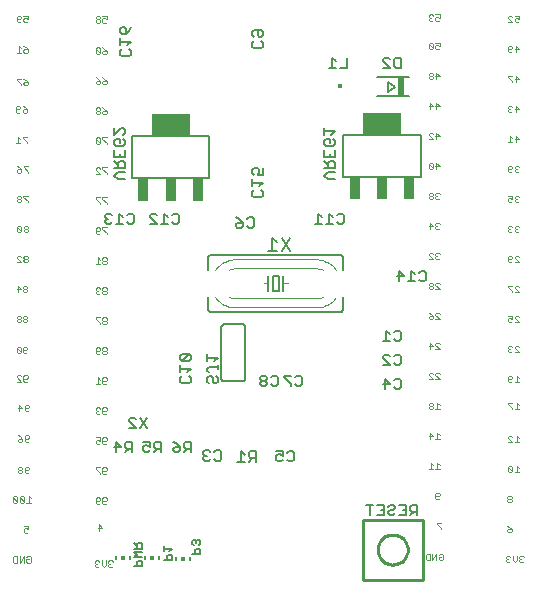
<source format=gbo>
G75*
G70*
%OFA0B0*%
%FSLAX24Y24*%
%IPPOS*%
%LPD*%
%AMOC8*
5,1,8,0,0,1.08239X$1,22.5*
%
%ADD10C,0.0030*%
%ADD11C,0.0050*%
%ADD12C,0.0060*%
%ADD13R,0.0157X0.0118*%
%ADD14R,0.0059X0.0118*%
%ADD15R,0.0118X0.0118*%
%ADD16C,0.0086*%
%ADD17C,0.0080*%
%ADD18R,0.1260X0.0730*%
%ADD19R,0.0340X0.0730*%
%ADD20C,0.0020*%
%ADD21R,0.0197X0.0630*%
D10*
X003170Y005867D02*
X003240Y005867D01*
X003275Y005902D01*
X003356Y005937D02*
X003356Y006077D01*
X003275Y006042D02*
X003240Y006077D01*
X003170Y006077D01*
X003135Y006042D01*
X003135Y006007D01*
X003170Y005972D01*
X003135Y005937D01*
X003135Y005902D01*
X003170Y005867D01*
X003170Y005972D02*
X003205Y005972D01*
X003356Y005937D02*
X003426Y005867D01*
X003496Y005937D01*
X003496Y006077D01*
X003577Y006042D02*
X003577Y006007D01*
X003612Y005972D01*
X003577Y005937D01*
X003577Y005902D01*
X003612Y005867D01*
X003682Y005867D01*
X003717Y005902D01*
X003647Y005972D02*
X003612Y005972D01*
X003577Y006042D02*
X003612Y006077D01*
X003682Y006077D01*
X003717Y006042D01*
X003262Y007067D02*
X003262Y007277D01*
X003367Y007172D01*
X003227Y007172D01*
X003261Y007967D02*
X003191Y007967D01*
X003156Y008002D01*
X003156Y008142D01*
X003191Y008177D01*
X003261Y008177D01*
X003296Y008142D01*
X003296Y008107D01*
X003261Y008072D01*
X003156Y008072D01*
X003261Y007967D02*
X003296Y008002D01*
X003377Y008002D02*
X003377Y008142D01*
X003412Y008177D01*
X003482Y008177D01*
X003517Y008142D01*
X003517Y008107D01*
X003482Y008072D01*
X003377Y008072D01*
X003377Y008002D02*
X003412Y007967D01*
X003482Y007967D01*
X003517Y008002D01*
X003482Y008967D02*
X003412Y008967D01*
X003377Y009002D01*
X003377Y009142D01*
X003412Y009177D01*
X003482Y009177D01*
X003517Y009142D01*
X003517Y009107D01*
X003482Y009072D01*
X003377Y009072D01*
X003296Y009002D02*
X003296Y008967D01*
X003296Y009002D02*
X003156Y009142D01*
X003156Y009177D01*
X003296Y009177D01*
X003482Y008967D02*
X003517Y009002D01*
X003482Y009967D02*
X003412Y009967D01*
X003377Y010002D01*
X003377Y010142D01*
X003412Y010177D01*
X003482Y010177D01*
X003517Y010142D01*
X003517Y010107D01*
X003482Y010072D01*
X003377Y010072D01*
X003296Y010072D02*
X003226Y010107D01*
X003191Y010107D01*
X003156Y010072D01*
X003156Y010002D01*
X003191Y009967D01*
X003261Y009967D01*
X003296Y010002D01*
X003296Y010072D02*
X003296Y010177D01*
X003156Y010177D01*
X003482Y009967D02*
X003517Y010002D01*
X003482Y010967D02*
X003412Y010967D01*
X003377Y011002D01*
X003377Y011142D01*
X003412Y011177D01*
X003482Y011177D01*
X003517Y011142D01*
X003517Y011107D01*
X003482Y011072D01*
X003377Y011072D01*
X003296Y011142D02*
X003261Y011177D01*
X003191Y011177D01*
X003156Y011142D01*
X003156Y011107D01*
X003191Y011072D01*
X003156Y011037D01*
X003156Y011002D01*
X003191Y010967D01*
X003261Y010967D01*
X003296Y011002D01*
X003226Y011072D02*
X003191Y011072D01*
X003482Y010967D02*
X003517Y011002D01*
X003482Y011967D02*
X003412Y011967D01*
X003377Y012002D01*
X003377Y012142D01*
X003412Y012177D01*
X003482Y012177D01*
X003517Y012142D01*
X003517Y012107D01*
X003482Y012072D01*
X003377Y012072D01*
X003296Y012107D02*
X003226Y012177D01*
X003226Y011967D01*
X003296Y011967D02*
X003156Y011967D01*
X003482Y011967D02*
X003517Y012002D01*
X003482Y012967D02*
X003517Y013002D01*
X003517Y013037D01*
X003482Y013072D01*
X003412Y013072D01*
X003377Y013037D01*
X003377Y013002D01*
X003412Y012967D01*
X003482Y012967D01*
X003482Y013072D02*
X003517Y013107D01*
X003517Y013142D01*
X003482Y013177D01*
X003412Y013177D01*
X003377Y013142D01*
X003377Y013107D01*
X003412Y013072D01*
X003296Y013107D02*
X003261Y013072D01*
X003156Y013072D01*
X003156Y013142D02*
X003191Y013177D01*
X003261Y013177D01*
X003296Y013142D01*
X003296Y013107D01*
X003296Y013002D02*
X003261Y012967D01*
X003191Y012967D01*
X003156Y013002D01*
X003156Y013142D01*
X003296Y013967D02*
X003296Y014002D01*
X003156Y014142D01*
X003156Y014177D01*
X003296Y014177D01*
X003377Y014142D02*
X003377Y014107D01*
X003412Y014072D01*
X003482Y014072D01*
X003517Y014107D01*
X003517Y014142D01*
X003482Y014177D01*
X003412Y014177D01*
X003377Y014142D01*
X003412Y014072D02*
X003377Y014037D01*
X003377Y014002D01*
X003412Y013967D01*
X003482Y013967D01*
X003517Y014002D01*
X003517Y014037D01*
X003482Y014072D01*
X003482Y014967D02*
X003517Y015002D01*
X003517Y015037D01*
X003482Y015072D01*
X003412Y015072D01*
X003377Y015037D01*
X003377Y015002D01*
X003412Y014967D01*
X003482Y014967D01*
X003482Y015072D02*
X003517Y015107D01*
X003517Y015142D01*
X003482Y015177D01*
X003412Y015177D01*
X003377Y015142D01*
X003377Y015107D01*
X003412Y015072D01*
X003296Y015142D02*
X003261Y015177D01*
X003191Y015177D01*
X003156Y015142D01*
X003156Y015107D01*
X003191Y015072D01*
X003156Y015037D01*
X003156Y015002D01*
X003191Y014967D01*
X003261Y014967D01*
X003296Y015002D01*
X003226Y015072D02*
X003191Y015072D01*
X003156Y015967D02*
X003296Y015967D01*
X003226Y015967D02*
X003226Y016177D01*
X003296Y016107D01*
X003377Y016107D02*
X003412Y016072D01*
X003482Y016072D01*
X003517Y016107D01*
X003517Y016142D01*
X003482Y016177D01*
X003412Y016177D01*
X003377Y016142D01*
X003377Y016107D01*
X003412Y016072D02*
X003377Y016037D01*
X003377Y016002D01*
X003412Y015967D01*
X003482Y015967D01*
X003517Y016002D01*
X003517Y016037D01*
X003482Y016072D01*
X003517Y016967D02*
X003517Y017002D01*
X003377Y017142D01*
X003377Y017177D01*
X003517Y017177D01*
X003296Y017142D02*
X003296Y017107D01*
X003261Y017072D01*
X003156Y017072D01*
X003156Y017002D02*
X003156Y017142D01*
X003191Y017177D01*
X003261Y017177D01*
X003296Y017142D01*
X003296Y017002D02*
X003261Y016967D01*
X003191Y016967D01*
X003156Y017002D01*
X003296Y017967D02*
X003296Y018002D01*
X003156Y018142D01*
X003156Y018177D01*
X003296Y018177D01*
X003377Y018177D02*
X003377Y018142D01*
X003517Y018002D01*
X003517Y017967D01*
X003517Y018177D02*
X003377Y018177D01*
X003296Y018967D02*
X003156Y019107D01*
X003156Y019142D01*
X003191Y019177D01*
X003261Y019177D01*
X003296Y019142D01*
X003377Y019142D02*
X003517Y019002D01*
X003517Y018967D01*
X003517Y019177D02*
X003377Y019177D01*
X003377Y019142D01*
X003296Y018967D02*
X003156Y018967D01*
X003191Y019967D02*
X003261Y019967D01*
X003296Y020002D01*
X003156Y020142D01*
X003156Y020002D01*
X003191Y019967D01*
X003296Y020002D02*
X003296Y020142D01*
X003261Y020177D01*
X003191Y020177D01*
X003156Y020142D01*
X003377Y020142D02*
X003517Y020002D01*
X003517Y019967D01*
X003517Y020177D02*
X003377Y020177D01*
X003377Y020142D01*
X003412Y020967D02*
X003377Y021002D01*
X003377Y021037D01*
X003412Y021072D01*
X003517Y021072D01*
X003517Y021002D01*
X003482Y020967D01*
X003412Y020967D01*
X003296Y021002D02*
X003296Y021037D01*
X003261Y021072D01*
X003191Y021072D01*
X003156Y021037D01*
X003156Y021002D01*
X003191Y020967D01*
X003261Y020967D01*
X003296Y021002D01*
X003261Y021072D02*
X003296Y021107D01*
X003296Y021142D01*
X003261Y021177D01*
X003191Y021177D01*
X003156Y021142D01*
X003156Y021107D01*
X003191Y021072D01*
X003377Y021177D02*
X003447Y021142D01*
X003517Y021072D01*
X003482Y021967D02*
X003412Y021967D01*
X003377Y022002D01*
X003377Y022037D01*
X003412Y022072D01*
X003517Y022072D01*
X003517Y022002D01*
X003482Y021967D01*
X003517Y022072D02*
X003447Y022142D01*
X003377Y022177D01*
X003296Y022072D02*
X003191Y022072D01*
X003156Y022037D01*
X003156Y022002D01*
X003191Y021967D01*
X003261Y021967D01*
X003296Y022002D01*
X003296Y022072D01*
X003226Y022142D01*
X003156Y022177D01*
X003191Y022967D02*
X003261Y022967D01*
X003296Y023002D01*
X003156Y023142D01*
X003156Y023002D01*
X003191Y022967D01*
X003296Y023002D02*
X003296Y023142D01*
X003261Y023177D01*
X003191Y023177D01*
X003156Y023142D01*
X003377Y023177D02*
X003447Y023142D01*
X003517Y023072D01*
X003412Y023072D01*
X003377Y023037D01*
X003377Y023002D01*
X003412Y022967D01*
X003482Y022967D01*
X003517Y023002D01*
X003517Y023072D01*
X003482Y024007D02*
X003517Y024042D01*
X003482Y024007D02*
X003412Y024007D01*
X003377Y024042D01*
X003377Y024112D01*
X003412Y024147D01*
X003447Y024147D01*
X003517Y024112D01*
X003517Y024217D01*
X003377Y024217D01*
X003296Y024182D02*
X003296Y024147D01*
X003261Y024112D01*
X003191Y024112D01*
X003156Y024077D01*
X003156Y024042D01*
X003191Y024007D01*
X003261Y024007D01*
X003296Y024042D01*
X003296Y024077D01*
X003261Y024112D01*
X003191Y024112D02*
X003156Y024147D01*
X003156Y024182D01*
X003191Y024217D01*
X003261Y024217D01*
X003296Y024182D01*
X000887Y024227D02*
X000887Y024122D01*
X000817Y024157D01*
X000782Y024157D01*
X000747Y024122D01*
X000747Y024052D01*
X000782Y024017D01*
X000852Y024017D01*
X000887Y024052D01*
X000887Y024227D02*
X000747Y024227D01*
X000666Y024192D02*
X000666Y024157D01*
X000631Y024122D01*
X000526Y024122D01*
X000526Y024192D02*
X000561Y024227D01*
X000631Y024227D01*
X000666Y024192D01*
X000526Y024192D02*
X000526Y024052D01*
X000561Y024017D01*
X000631Y024017D01*
X000666Y024052D01*
X000596Y023217D02*
X000596Y023007D01*
X000666Y023007D02*
X000526Y023007D01*
X000666Y023147D02*
X000596Y023217D01*
X000747Y023217D02*
X000817Y023182D01*
X000887Y023112D01*
X000782Y023112D01*
X000747Y023077D01*
X000747Y023042D01*
X000782Y023007D01*
X000852Y023007D01*
X000887Y023042D01*
X000887Y023112D01*
X000747Y022127D02*
X000817Y022092D01*
X000887Y022022D01*
X000782Y022022D01*
X000747Y021987D01*
X000747Y021952D01*
X000782Y021917D01*
X000852Y021917D01*
X000887Y021952D01*
X000887Y022022D01*
X000666Y021952D02*
X000666Y021917D01*
X000666Y021952D02*
X000526Y022092D01*
X000526Y022127D01*
X000666Y022127D01*
X000611Y021217D02*
X000646Y021182D01*
X000646Y021147D01*
X000611Y021112D01*
X000506Y021112D01*
X000506Y021182D02*
X000541Y021217D01*
X000611Y021217D01*
X000506Y021182D02*
X000506Y021042D01*
X000541Y021007D01*
X000611Y021007D01*
X000646Y021042D01*
X000727Y021042D02*
X000727Y021077D01*
X000762Y021112D01*
X000867Y021112D01*
X000867Y021042D01*
X000832Y021007D01*
X000762Y021007D01*
X000727Y021042D01*
X000797Y021182D02*
X000867Y021112D01*
X000797Y021182D02*
X000727Y021217D01*
X000727Y020207D02*
X000727Y020172D01*
X000867Y020032D01*
X000867Y019997D01*
X000867Y020207D02*
X000727Y020207D01*
X000646Y020137D02*
X000576Y020207D01*
X000576Y019997D01*
X000646Y019997D02*
X000506Y019997D01*
X000536Y019217D02*
X000606Y019182D01*
X000676Y019112D01*
X000571Y019112D01*
X000536Y019077D01*
X000536Y019042D01*
X000571Y019007D01*
X000641Y019007D01*
X000676Y019042D01*
X000676Y019112D01*
X000757Y019182D02*
X000897Y019042D01*
X000897Y019007D01*
X000897Y019217D02*
X000757Y019217D01*
X000757Y019182D01*
X000747Y018227D02*
X000747Y018192D01*
X000887Y018052D01*
X000887Y018017D01*
X000887Y018227D02*
X000747Y018227D01*
X000666Y018192D02*
X000666Y018157D01*
X000631Y018122D01*
X000561Y018122D01*
X000526Y018087D01*
X000526Y018052D01*
X000561Y018017D01*
X000631Y018017D01*
X000666Y018052D01*
X000666Y018087D01*
X000631Y018122D01*
X000561Y018122D02*
X000526Y018157D01*
X000526Y018192D01*
X000561Y018227D01*
X000631Y018227D01*
X000666Y018192D01*
X000641Y017227D02*
X000571Y017227D01*
X000536Y017192D01*
X000676Y017052D01*
X000641Y017017D01*
X000571Y017017D01*
X000536Y017052D01*
X000536Y017192D01*
X000641Y017227D02*
X000676Y017192D01*
X000676Y017052D01*
X000757Y017052D02*
X000757Y017087D01*
X000792Y017122D01*
X000862Y017122D01*
X000897Y017157D01*
X000897Y017192D01*
X000862Y017227D01*
X000792Y017227D01*
X000757Y017192D01*
X000757Y017157D01*
X000792Y017122D01*
X000862Y017122D02*
X000897Y017087D01*
X000897Y017052D01*
X000862Y017017D01*
X000792Y017017D01*
X000757Y017052D01*
X000782Y016237D02*
X000747Y016202D01*
X000747Y016167D01*
X000782Y016132D01*
X000852Y016132D01*
X000887Y016167D01*
X000887Y016202D01*
X000852Y016237D01*
X000782Y016237D01*
X000782Y016132D02*
X000747Y016097D01*
X000747Y016062D01*
X000782Y016027D01*
X000852Y016027D01*
X000887Y016062D01*
X000887Y016097D01*
X000852Y016132D01*
X000666Y016202D02*
X000631Y016237D01*
X000561Y016237D01*
X000526Y016202D01*
X000526Y016167D01*
X000666Y016027D01*
X000526Y016027D01*
X000551Y015237D02*
X000656Y015132D01*
X000516Y015132D01*
X000551Y015027D02*
X000551Y015237D01*
X000737Y015202D02*
X000737Y015167D01*
X000772Y015132D01*
X000842Y015132D01*
X000877Y015167D01*
X000877Y015202D01*
X000842Y015237D01*
X000772Y015237D01*
X000737Y015202D01*
X000772Y015132D02*
X000737Y015097D01*
X000737Y015062D01*
X000772Y015027D01*
X000842Y015027D01*
X000877Y015062D01*
X000877Y015097D01*
X000842Y015132D01*
X000842Y014227D02*
X000772Y014227D01*
X000737Y014192D01*
X000737Y014157D01*
X000772Y014122D01*
X000842Y014122D01*
X000877Y014157D01*
X000877Y014192D01*
X000842Y014227D01*
X000842Y014122D02*
X000877Y014087D01*
X000877Y014052D01*
X000842Y014017D01*
X000772Y014017D01*
X000737Y014052D01*
X000737Y014087D01*
X000772Y014122D01*
X000656Y014157D02*
X000656Y014192D01*
X000621Y014227D01*
X000551Y014227D01*
X000516Y014192D01*
X000516Y014157D01*
X000551Y014122D01*
X000621Y014122D01*
X000656Y014157D01*
X000621Y014122D02*
X000656Y014087D01*
X000656Y014052D01*
X000621Y014017D01*
X000551Y014017D01*
X000516Y014052D01*
X000516Y014087D01*
X000551Y014122D01*
X000551Y013207D02*
X000516Y013172D01*
X000656Y013032D01*
X000621Y012997D01*
X000551Y012997D01*
X000516Y013032D01*
X000516Y013172D01*
X000551Y013207D02*
X000621Y013207D01*
X000656Y013172D01*
X000656Y013032D01*
X000737Y013032D02*
X000737Y013172D01*
X000772Y013207D01*
X000842Y013207D01*
X000877Y013172D01*
X000877Y013137D01*
X000842Y013102D01*
X000737Y013102D01*
X000737Y013032D02*
X000772Y012997D01*
X000842Y012997D01*
X000877Y013032D01*
X000852Y012247D02*
X000887Y012212D01*
X000887Y012177D01*
X000852Y012142D01*
X000747Y012142D01*
X000747Y012072D02*
X000747Y012212D01*
X000782Y012247D01*
X000852Y012247D01*
X000887Y012072D02*
X000852Y012037D01*
X000782Y012037D01*
X000747Y012072D01*
X000666Y012037D02*
X000526Y012177D01*
X000526Y012212D01*
X000561Y012247D01*
X000631Y012247D01*
X000666Y012212D01*
X000666Y012037D02*
X000526Y012037D01*
X000601Y011257D02*
X000706Y011152D01*
X000566Y011152D01*
X000601Y011047D02*
X000601Y011257D01*
X000787Y011222D02*
X000787Y011082D01*
X000822Y011047D01*
X000892Y011047D01*
X000927Y011082D01*
X000892Y011152D02*
X000787Y011152D01*
X000787Y011222D02*
X000822Y011257D01*
X000892Y011257D01*
X000927Y011222D01*
X000927Y011187D01*
X000892Y011152D01*
X000892Y010247D02*
X000822Y010247D01*
X000787Y010212D01*
X000787Y010072D01*
X000822Y010037D01*
X000892Y010037D01*
X000927Y010072D01*
X000892Y010142D02*
X000787Y010142D01*
X000706Y010142D02*
X000706Y010072D01*
X000671Y010037D01*
X000601Y010037D01*
X000566Y010072D01*
X000566Y010107D01*
X000601Y010142D01*
X000706Y010142D01*
X000636Y010212D01*
X000566Y010247D01*
X000892Y010247D02*
X000927Y010212D01*
X000927Y010177D01*
X000892Y010142D01*
X000892Y009207D02*
X000822Y009207D01*
X000787Y009172D01*
X000787Y009032D01*
X000822Y008997D01*
X000892Y008997D01*
X000927Y009032D01*
X000892Y009102D02*
X000787Y009102D01*
X000706Y009137D02*
X000706Y009172D01*
X000671Y009207D01*
X000601Y009207D01*
X000566Y009172D01*
X000566Y009137D01*
X000601Y009102D01*
X000671Y009102D01*
X000706Y009137D01*
X000671Y009102D02*
X000706Y009067D01*
X000706Y009032D01*
X000671Y008997D01*
X000601Y008997D01*
X000566Y009032D01*
X000566Y009067D01*
X000601Y009102D01*
X000892Y009102D02*
X000927Y009137D01*
X000927Y009172D01*
X000892Y009207D01*
X000917Y008217D02*
X000917Y008007D01*
X000987Y008007D02*
X000847Y008007D01*
X000766Y008042D02*
X000731Y008007D01*
X000661Y008007D01*
X000626Y008042D01*
X000626Y008182D01*
X000766Y008042D01*
X000766Y008182D01*
X000731Y008217D01*
X000661Y008217D01*
X000626Y008182D01*
X000545Y008182D02*
X000510Y008217D01*
X000440Y008217D01*
X000405Y008182D01*
X000545Y008042D01*
X000510Y008007D01*
X000440Y008007D01*
X000405Y008042D01*
X000405Y008182D01*
X000545Y008182D02*
X000545Y008042D01*
X000917Y008217D02*
X000987Y008147D01*
X000907Y007217D02*
X000767Y007217D01*
X000802Y007147D02*
X000767Y007112D01*
X000767Y007042D01*
X000802Y007007D01*
X000872Y007007D01*
X000907Y007042D01*
X000907Y007112D02*
X000837Y007147D01*
X000802Y007147D01*
X000907Y007112D02*
X000907Y007217D01*
X000882Y006217D02*
X000952Y006217D01*
X000987Y006182D01*
X000987Y006042D01*
X000952Y006007D01*
X000882Y006007D01*
X000847Y006042D01*
X000847Y006112D01*
X000917Y006112D01*
X000847Y006182D02*
X000882Y006217D01*
X000766Y006217D02*
X000626Y006007D01*
X000626Y006217D01*
X000545Y006217D02*
X000440Y006217D01*
X000405Y006182D01*
X000405Y006042D01*
X000440Y006007D01*
X000545Y006007D01*
X000545Y006217D01*
X000766Y006217D02*
X000766Y006007D01*
X014148Y006112D02*
X014148Y006252D01*
X014183Y006287D01*
X014288Y006287D01*
X014288Y006077D01*
X014183Y006077D01*
X014148Y006112D01*
X014369Y006077D02*
X014369Y006287D01*
X014509Y006287D02*
X014369Y006077D01*
X014509Y006077D02*
X014509Y006287D01*
X014590Y006252D02*
X014625Y006287D01*
X014695Y006287D01*
X014730Y006252D01*
X014730Y006112D01*
X014695Y006077D01*
X014625Y006077D01*
X014590Y006112D01*
X014590Y006182D01*
X014660Y006182D01*
X014667Y007117D02*
X014667Y007152D01*
X014527Y007292D01*
X014527Y007327D01*
X014667Y007327D01*
X014527Y007327D01*
X014527Y007292D01*
X014667Y007152D01*
X014667Y007117D01*
X014582Y008117D02*
X014512Y008117D01*
X014477Y008152D01*
X014477Y008292D01*
X014512Y008327D01*
X014582Y008327D01*
X014617Y008292D01*
X014617Y008257D01*
X014582Y008222D01*
X014477Y008222D01*
X014582Y008117D02*
X014617Y008152D01*
X014617Y009117D02*
X014477Y009117D01*
X014547Y009117D02*
X014547Y009327D01*
X014617Y009257D01*
X014396Y009257D02*
X014326Y009327D01*
X014326Y009117D01*
X014396Y009117D02*
X014256Y009117D01*
X014291Y010117D02*
X014291Y010327D01*
X014396Y010222D01*
X014256Y010222D01*
X014477Y010117D02*
X014617Y010117D01*
X014547Y010117D02*
X014547Y010327D01*
X014617Y010257D01*
X014617Y011117D02*
X014477Y011117D01*
X014547Y011117D02*
X014547Y011327D01*
X014617Y011257D01*
X014396Y011257D02*
X014396Y011292D01*
X014361Y011327D01*
X014291Y011327D01*
X014256Y011292D01*
X014256Y011257D01*
X014291Y011222D01*
X014361Y011222D01*
X014396Y011257D01*
X014361Y011222D02*
X014396Y011187D01*
X014396Y011152D01*
X014361Y011117D01*
X014291Y011117D01*
X014256Y011152D01*
X014256Y011187D01*
X014291Y011222D01*
X014256Y012117D02*
X014396Y012117D01*
X014256Y012257D01*
X014256Y012292D01*
X014291Y012327D01*
X014361Y012327D01*
X014396Y012292D01*
X014477Y012292D02*
X014512Y012327D01*
X014582Y012327D01*
X014617Y012292D01*
X014477Y012292D02*
X014477Y012257D01*
X014617Y012117D01*
X014477Y012117D01*
X014477Y013117D02*
X014617Y013117D01*
X014477Y013257D01*
X014477Y013292D01*
X014512Y013327D01*
X014582Y013327D01*
X014617Y013292D01*
X014396Y013222D02*
X014256Y013222D01*
X014291Y013327D02*
X014396Y013222D01*
X014291Y013117D02*
X014291Y013327D01*
X014291Y014117D02*
X014256Y014152D01*
X014256Y014187D01*
X014291Y014222D01*
X014396Y014222D01*
X014396Y014152D01*
X014361Y014117D01*
X014291Y014117D01*
X014396Y014222D02*
X014326Y014292D01*
X014256Y014327D01*
X014477Y014292D02*
X014512Y014327D01*
X014582Y014327D01*
X014617Y014292D01*
X014477Y014292D02*
X014477Y014257D01*
X014617Y014117D01*
X014477Y014117D01*
X014477Y015117D02*
X014617Y015117D01*
X014477Y015257D01*
X014477Y015292D01*
X014512Y015327D01*
X014582Y015327D01*
X014617Y015292D01*
X014396Y015292D02*
X014396Y015257D01*
X014361Y015222D01*
X014291Y015222D01*
X014256Y015187D01*
X014256Y015152D01*
X014291Y015117D01*
X014361Y015117D01*
X014396Y015152D01*
X014396Y015187D01*
X014361Y015222D01*
X014291Y015222D02*
X014256Y015257D01*
X014256Y015292D01*
X014291Y015327D01*
X014361Y015327D01*
X014396Y015292D01*
X014396Y016117D02*
X014256Y016257D01*
X014256Y016292D01*
X014291Y016327D01*
X014361Y016327D01*
X014396Y016292D01*
X014477Y016292D02*
X014512Y016327D01*
X014582Y016327D01*
X014617Y016292D01*
X014547Y016222D02*
X014512Y016222D01*
X014477Y016187D01*
X014477Y016152D01*
X014512Y016117D01*
X014582Y016117D01*
X014617Y016152D01*
X014512Y016222D02*
X014477Y016257D01*
X014477Y016292D01*
X014396Y016117D02*
X014256Y016117D01*
X014291Y017117D02*
X014291Y017327D01*
X014396Y017222D01*
X014256Y017222D01*
X014477Y017187D02*
X014477Y017152D01*
X014512Y017117D01*
X014582Y017117D01*
X014617Y017152D01*
X014547Y017222D02*
X014512Y017222D01*
X014477Y017187D01*
X014512Y017222D02*
X014477Y017257D01*
X014477Y017292D01*
X014512Y017327D01*
X014582Y017327D01*
X014617Y017292D01*
X014582Y018117D02*
X014617Y018152D01*
X014582Y018117D02*
X014512Y018117D01*
X014477Y018152D01*
X014477Y018187D01*
X014512Y018222D01*
X014547Y018222D01*
X014512Y018222D02*
X014477Y018257D01*
X014477Y018292D01*
X014512Y018327D01*
X014582Y018327D01*
X014617Y018292D01*
X014396Y018292D02*
X014396Y018257D01*
X014361Y018222D01*
X014291Y018222D01*
X014256Y018187D01*
X014256Y018152D01*
X014291Y018117D01*
X014361Y018117D01*
X014396Y018152D01*
X014396Y018187D01*
X014361Y018222D01*
X014291Y018222D02*
X014256Y018257D01*
X014256Y018292D01*
X014291Y018327D01*
X014361Y018327D01*
X014396Y018292D01*
X014361Y019117D02*
X014396Y019152D01*
X014256Y019292D01*
X014256Y019152D01*
X014291Y019117D01*
X014361Y019117D01*
X014396Y019152D02*
X014396Y019292D01*
X014361Y019327D01*
X014291Y019327D01*
X014256Y019292D01*
X014477Y019222D02*
X014617Y019222D01*
X014512Y019327D01*
X014512Y019117D01*
X014512Y020117D02*
X014512Y020327D01*
X014617Y020222D01*
X014477Y020222D01*
X014396Y020292D02*
X014361Y020327D01*
X014291Y020327D01*
X014256Y020292D01*
X014256Y020257D01*
X014396Y020117D01*
X014256Y020117D01*
X014291Y021117D02*
X014291Y021327D01*
X014396Y021222D01*
X014256Y021222D01*
X014477Y021222D02*
X014617Y021222D01*
X014512Y021327D01*
X014512Y021117D01*
X014512Y022117D02*
X014512Y022327D01*
X014617Y022222D01*
X014477Y022222D01*
X014396Y022257D02*
X014396Y022292D01*
X014361Y022327D01*
X014291Y022327D01*
X014256Y022292D01*
X014256Y022257D01*
X014291Y022222D01*
X014361Y022222D01*
X014396Y022257D01*
X014361Y022222D02*
X014396Y022187D01*
X014396Y022152D01*
X014361Y022117D01*
X014291Y022117D01*
X014256Y022152D01*
X014256Y022187D01*
X014291Y022222D01*
X014291Y023117D02*
X014361Y023117D01*
X014396Y023152D01*
X014256Y023292D01*
X014256Y023152D01*
X014291Y023117D01*
X014396Y023152D02*
X014396Y023292D01*
X014361Y023327D01*
X014291Y023327D01*
X014256Y023292D01*
X014477Y023327D02*
X014617Y023327D01*
X014617Y023222D01*
X014547Y023257D01*
X014512Y023257D01*
X014477Y023222D01*
X014477Y023152D01*
X014512Y023117D01*
X014582Y023117D01*
X014617Y023152D01*
X014582Y024067D02*
X014617Y024102D01*
X014582Y024067D02*
X014512Y024067D01*
X014477Y024102D01*
X014477Y024172D01*
X014512Y024207D01*
X014547Y024207D01*
X014617Y024172D01*
X014617Y024277D01*
X014477Y024277D01*
X014396Y024242D02*
X014361Y024277D01*
X014291Y024277D01*
X014256Y024242D01*
X014256Y024207D01*
X014291Y024172D01*
X014256Y024137D01*
X014256Y024102D01*
X014291Y024067D01*
X014361Y024067D01*
X014396Y024102D01*
X014326Y024172D02*
X014291Y024172D01*
X016906Y024157D02*
X017046Y024017D01*
X016906Y024017D01*
X016906Y024157D02*
X016906Y024192D01*
X016941Y024227D01*
X017011Y024227D01*
X017046Y024192D01*
X017127Y024227D02*
X017267Y024227D01*
X017267Y024122D01*
X017197Y024157D01*
X017162Y024157D01*
X017127Y024122D01*
X017127Y024052D01*
X017162Y024017D01*
X017232Y024017D01*
X017267Y024052D01*
X017162Y023227D02*
X017267Y023122D01*
X017127Y023122D01*
X017046Y023157D02*
X017011Y023122D01*
X016906Y023122D01*
X016906Y023192D02*
X016941Y023227D01*
X017011Y023227D01*
X017046Y023192D01*
X017046Y023157D01*
X017046Y023052D02*
X017011Y023017D01*
X016941Y023017D01*
X016906Y023052D01*
X016906Y023192D01*
X017162Y023227D02*
X017162Y023017D01*
X017162Y022227D02*
X017267Y022122D01*
X017127Y022122D01*
X017046Y022052D02*
X017046Y022017D01*
X017046Y022052D02*
X016906Y022192D01*
X016906Y022227D01*
X017046Y022227D01*
X017162Y022227D02*
X017162Y022017D01*
X017162Y021227D02*
X017267Y021122D01*
X017127Y021122D01*
X017046Y021192D02*
X017011Y021227D01*
X016941Y021227D01*
X016906Y021192D01*
X016906Y021157D01*
X016941Y021122D01*
X016906Y021087D01*
X016906Y021052D01*
X016941Y021017D01*
X017011Y021017D01*
X017046Y021052D01*
X016976Y021122D02*
X016941Y021122D01*
X017162Y021017D02*
X017162Y021227D01*
X017162Y020227D02*
X017267Y020122D01*
X017127Y020122D01*
X017046Y020157D02*
X016976Y020227D01*
X016976Y020017D01*
X017046Y020017D02*
X016906Y020017D01*
X017162Y020017D02*
X017162Y020227D01*
X017162Y019227D02*
X017127Y019192D01*
X017127Y019157D01*
X017162Y019122D01*
X017127Y019087D01*
X017127Y019052D01*
X017162Y019017D01*
X017232Y019017D01*
X017267Y019052D01*
X017197Y019122D02*
X017162Y019122D01*
X017162Y019227D02*
X017232Y019227D01*
X017267Y019192D01*
X017046Y019192D02*
X017046Y019157D01*
X017011Y019122D01*
X016906Y019122D01*
X016906Y019052D02*
X016906Y019192D01*
X016941Y019227D01*
X017011Y019227D01*
X017046Y019192D01*
X017046Y019052D02*
X017011Y019017D01*
X016941Y019017D01*
X016906Y019052D01*
X016906Y018227D02*
X017046Y018227D01*
X017046Y018122D01*
X016976Y018157D01*
X016941Y018157D01*
X016906Y018122D01*
X016906Y018052D01*
X016941Y018017D01*
X017011Y018017D01*
X017046Y018052D01*
X017127Y018052D02*
X017162Y018017D01*
X017232Y018017D01*
X017267Y018052D01*
X017197Y018122D02*
X017162Y018122D01*
X017127Y018087D01*
X017127Y018052D01*
X017162Y018122D02*
X017127Y018157D01*
X017127Y018192D01*
X017162Y018227D01*
X017232Y018227D01*
X017267Y018192D01*
X017232Y017227D02*
X017162Y017227D01*
X017127Y017192D01*
X017127Y017157D01*
X017162Y017122D01*
X017127Y017087D01*
X017127Y017052D01*
X017162Y017017D01*
X017232Y017017D01*
X017267Y017052D01*
X017197Y017122D02*
X017162Y017122D01*
X017267Y017192D02*
X017232Y017227D01*
X017046Y017192D02*
X017011Y017227D01*
X016941Y017227D01*
X016906Y017192D01*
X016906Y017157D01*
X016941Y017122D01*
X016906Y017087D01*
X016906Y017052D01*
X016941Y017017D01*
X017011Y017017D01*
X017046Y017052D01*
X016976Y017122D02*
X016941Y017122D01*
X016941Y016227D02*
X017011Y016227D01*
X017046Y016192D01*
X017046Y016157D01*
X017011Y016122D01*
X016906Y016122D01*
X016906Y016192D02*
X016941Y016227D01*
X016906Y016192D02*
X016906Y016052D01*
X016941Y016017D01*
X017011Y016017D01*
X017046Y016052D01*
X017127Y016017D02*
X017267Y016017D01*
X017127Y016157D01*
X017127Y016192D01*
X017162Y016227D01*
X017232Y016227D01*
X017267Y016192D01*
X017232Y015227D02*
X017267Y015192D01*
X017232Y015227D02*
X017162Y015227D01*
X017127Y015192D01*
X017127Y015157D01*
X017267Y015017D01*
X017127Y015017D01*
X017046Y015017D02*
X017046Y015052D01*
X016906Y015192D01*
X016906Y015227D01*
X017046Y015227D01*
X017046Y014227D02*
X017046Y014122D01*
X016976Y014157D01*
X016941Y014157D01*
X016906Y014122D01*
X016906Y014052D01*
X016941Y014017D01*
X017011Y014017D01*
X017046Y014052D01*
X017127Y014017D02*
X017267Y014017D01*
X017127Y014157D01*
X017127Y014192D01*
X017162Y014227D01*
X017232Y014227D01*
X017267Y014192D01*
X017046Y014227D02*
X016906Y014227D01*
X016941Y013227D02*
X016906Y013192D01*
X016906Y013157D01*
X016941Y013122D01*
X016906Y013087D01*
X016906Y013052D01*
X016941Y013017D01*
X017011Y013017D01*
X017046Y013052D01*
X017127Y013017D02*
X017267Y013017D01*
X017127Y013157D01*
X017127Y013192D01*
X017162Y013227D01*
X017232Y013227D01*
X017267Y013192D01*
X017046Y013192D02*
X017011Y013227D01*
X016941Y013227D01*
X016941Y013122D02*
X016976Y013122D01*
X017011Y012227D02*
X017046Y012192D01*
X017046Y012157D01*
X017011Y012122D01*
X016906Y012122D01*
X016906Y012052D02*
X016906Y012192D01*
X016941Y012227D01*
X017011Y012227D01*
X017046Y012052D02*
X017011Y012017D01*
X016941Y012017D01*
X016906Y012052D01*
X017127Y012017D02*
X017267Y012017D01*
X017197Y012017D02*
X017197Y012227D01*
X017267Y012157D01*
X017197Y011327D02*
X017197Y011117D01*
X017267Y011117D02*
X017127Y011117D01*
X017046Y011117D02*
X017046Y011152D01*
X016906Y011292D01*
X016906Y011327D01*
X017046Y011327D01*
X017197Y011327D02*
X017267Y011257D01*
X017197Y010227D02*
X017197Y010017D01*
X017267Y010017D02*
X017127Y010017D01*
X017046Y010017D02*
X016906Y010157D01*
X016906Y010192D01*
X016941Y010227D01*
X017011Y010227D01*
X017046Y010192D01*
X017197Y010227D02*
X017267Y010157D01*
X017046Y010017D02*
X016906Y010017D01*
X016941Y009227D02*
X016906Y009192D01*
X017046Y009052D01*
X017011Y009017D01*
X016941Y009017D01*
X016906Y009052D01*
X016906Y009192D01*
X016941Y009227D02*
X017011Y009227D01*
X017046Y009192D01*
X017046Y009052D01*
X017127Y009017D02*
X017267Y009017D01*
X017197Y009017D02*
X017197Y009227D01*
X017267Y009157D01*
X016982Y008227D02*
X016912Y008227D01*
X016877Y008192D01*
X016877Y008157D01*
X016912Y008122D01*
X016982Y008122D01*
X017017Y008157D01*
X017017Y008192D01*
X016982Y008227D01*
X016982Y008122D02*
X017017Y008087D01*
X017017Y008052D01*
X016982Y008017D01*
X016912Y008017D01*
X016877Y008052D01*
X016877Y008087D01*
X016912Y008122D01*
X016877Y007227D02*
X016947Y007192D01*
X017017Y007122D01*
X016912Y007122D01*
X016877Y007087D01*
X016877Y007052D01*
X016912Y007017D01*
X016982Y007017D01*
X017017Y007052D01*
X017017Y007122D01*
X017056Y006227D02*
X017056Y006087D01*
X017126Y006017D01*
X017196Y006087D01*
X017196Y006227D01*
X017277Y006192D02*
X017277Y006157D01*
X017312Y006122D01*
X017277Y006087D01*
X017277Y006052D01*
X017312Y006017D01*
X017382Y006017D01*
X017417Y006052D01*
X017347Y006122D02*
X017312Y006122D01*
X017277Y006192D02*
X017312Y006227D01*
X017382Y006227D01*
X017417Y006192D01*
X016975Y006192D02*
X016940Y006227D01*
X016870Y006227D01*
X016835Y006192D01*
X016835Y006157D01*
X016870Y006122D01*
X016835Y006087D01*
X016835Y006052D01*
X016870Y006017D01*
X016940Y006017D01*
X016975Y006052D01*
X016905Y006122D02*
X016870Y006122D01*
D11*
X013269Y011787D02*
X013152Y011787D01*
X013093Y011845D01*
X012959Y011962D02*
X012725Y011962D01*
X012784Y011787D02*
X012784Y012137D01*
X012959Y011962D01*
X013093Y012079D02*
X013152Y012137D01*
X013269Y012137D01*
X013327Y012079D01*
X013327Y011845D01*
X013269Y011787D01*
X013269Y012587D02*
X013152Y012587D01*
X013093Y012645D01*
X012959Y012587D02*
X012725Y012820D01*
X012725Y012879D01*
X012784Y012937D01*
X012900Y012937D01*
X012959Y012879D01*
X013093Y012879D02*
X013152Y012937D01*
X013269Y012937D01*
X013327Y012879D01*
X013327Y012645D01*
X013269Y012587D01*
X012959Y012587D02*
X012725Y012587D01*
X012725Y013387D02*
X012959Y013387D01*
X012842Y013387D02*
X012842Y013737D01*
X012959Y013620D01*
X013093Y013679D02*
X013152Y013737D01*
X013269Y013737D01*
X013327Y013679D01*
X013327Y013445D01*
X013269Y013387D01*
X013152Y013387D01*
X013093Y013445D01*
X013248Y015384D02*
X013248Y015735D01*
X013423Y015559D01*
X013189Y015559D01*
X013558Y015384D02*
X013791Y015384D01*
X013674Y015384D02*
X013674Y015735D01*
X013791Y015618D01*
X013926Y015676D02*
X013984Y015735D01*
X014101Y015735D01*
X014159Y015676D01*
X014159Y015443D01*
X014101Y015384D01*
X013984Y015384D01*
X013926Y015443D01*
X011432Y017345D02*
X011374Y017287D01*
X011257Y017287D01*
X011198Y017345D01*
X011064Y017287D02*
X010830Y017287D01*
X010947Y017287D02*
X010947Y017637D01*
X011064Y017520D01*
X011198Y017579D02*
X011257Y017637D01*
X011374Y017637D01*
X011432Y017579D01*
X011432Y017345D01*
X010695Y017287D02*
X010462Y017287D01*
X010579Y017287D02*
X010579Y017637D01*
X010695Y017520D01*
X010894Y018787D02*
X010777Y018904D01*
X010894Y019020D01*
X011127Y019020D01*
X011127Y019155D02*
X011127Y019330D01*
X011069Y019389D01*
X010952Y019389D01*
X010894Y019330D01*
X010894Y019155D01*
X010894Y019272D02*
X010777Y019389D01*
X010777Y019524D02*
X010777Y019757D01*
X010835Y019892D02*
X010777Y019950D01*
X010777Y020067D01*
X010835Y020125D01*
X010952Y020125D01*
X010952Y020009D01*
X011069Y020125D02*
X011127Y020067D01*
X011127Y019950D01*
X011069Y019892D01*
X010835Y019892D01*
X010952Y019640D02*
X010952Y019524D01*
X011127Y019524D02*
X010777Y019524D01*
X010777Y019155D02*
X011127Y019155D01*
X011127Y019524D02*
X011127Y019757D01*
X011010Y020260D02*
X011127Y020377D01*
X010777Y020377D01*
X010777Y020260D02*
X010777Y020494D01*
X010894Y018787D02*
X011127Y018787D01*
X012522Y021547D02*
X013581Y021547D01*
X013581Y022177D02*
X012522Y022177D01*
X012725Y022487D02*
X012959Y022487D01*
X012725Y022720D01*
X012725Y022779D01*
X012784Y022837D01*
X012900Y022837D01*
X012959Y022779D01*
X013093Y022779D02*
X013093Y022545D01*
X013152Y022487D01*
X013327Y022487D01*
X013327Y022837D01*
X013152Y022837D01*
X013093Y022779D01*
X012888Y022019D02*
X012888Y021704D01*
X013124Y021862D01*
X012888Y022019D01*
X011527Y022487D02*
X011293Y022487D01*
X011159Y022487D02*
X010925Y022487D01*
X011042Y022487D02*
X011042Y022837D01*
X011159Y022720D01*
X011527Y022837D02*
X011527Y022487D01*
X008727Y023209D02*
X008669Y023150D01*
X008435Y023150D01*
X008377Y023209D01*
X008377Y023325D01*
X008435Y023384D01*
X008435Y023519D02*
X008377Y023577D01*
X008377Y023694D01*
X008435Y023752D01*
X008669Y023752D01*
X008727Y023694D01*
X008727Y023577D01*
X008669Y023519D01*
X008610Y023519D01*
X008552Y023577D01*
X008552Y023752D01*
X008669Y023384D02*
X008727Y023325D01*
X008727Y023209D01*
X008727Y019152D02*
X008727Y018919D01*
X008552Y018919D01*
X008610Y019035D01*
X008610Y019094D01*
X008552Y019152D01*
X008435Y019152D01*
X008377Y019094D01*
X008377Y018977D01*
X008435Y018919D01*
X008377Y018784D02*
X008377Y018550D01*
X008377Y018667D02*
X008727Y018667D01*
X008610Y018550D01*
X008669Y018415D02*
X008727Y018357D01*
X008727Y018240D01*
X008669Y018182D01*
X008435Y018182D01*
X008377Y018240D01*
X008377Y018357D01*
X008435Y018415D01*
X008365Y017517D02*
X008248Y017517D01*
X008190Y017459D01*
X008055Y017342D02*
X008055Y017225D01*
X007997Y017167D01*
X007880Y017167D01*
X007822Y017225D01*
X007822Y017284D01*
X007880Y017342D01*
X008055Y017342D01*
X007939Y017459D01*
X007822Y017517D01*
X008190Y017225D02*
X008248Y017167D01*
X008365Y017167D01*
X008424Y017225D01*
X008424Y017459D01*
X008365Y017517D01*
X005932Y017579D02*
X005932Y017345D01*
X005874Y017287D01*
X005757Y017287D01*
X005698Y017345D01*
X005564Y017287D02*
X005330Y017287D01*
X005447Y017287D02*
X005447Y017637D01*
X005564Y017520D01*
X005698Y017579D02*
X005757Y017637D01*
X005874Y017637D01*
X005932Y017579D01*
X005195Y017579D02*
X005137Y017637D01*
X005020Y017637D01*
X004962Y017579D01*
X004962Y017520D01*
X005195Y017287D01*
X004962Y017287D01*
X004432Y017345D02*
X004374Y017287D01*
X004257Y017287D01*
X004198Y017345D01*
X004064Y017287D02*
X003830Y017287D01*
X003947Y017287D02*
X003947Y017637D01*
X004064Y017520D01*
X004198Y017579D02*
X004257Y017637D01*
X004374Y017637D01*
X004432Y017579D01*
X004432Y017345D01*
X003695Y017345D02*
X003637Y017287D01*
X003520Y017287D01*
X003462Y017345D01*
X003462Y017404D01*
X003520Y017462D01*
X003579Y017462D01*
X003520Y017462D02*
X003462Y017520D01*
X003462Y017579D01*
X003520Y017637D01*
X003637Y017637D01*
X003695Y017579D01*
X003894Y018787D02*
X003777Y018904D01*
X003894Y019020D01*
X004127Y019020D01*
X004127Y019155D02*
X004127Y019330D01*
X004069Y019389D01*
X003952Y019389D01*
X003894Y019330D01*
X003894Y019155D01*
X003894Y019272D02*
X003777Y019389D01*
X003777Y019524D02*
X003777Y019757D01*
X003835Y019892D02*
X003777Y019950D01*
X003777Y020067D01*
X003835Y020125D01*
X003952Y020125D01*
X003952Y020009D01*
X004069Y020125D02*
X004127Y020067D01*
X004127Y019950D01*
X004069Y019892D01*
X003835Y019892D01*
X003952Y019640D02*
X003952Y019524D01*
X004127Y019524D02*
X003777Y019524D01*
X003777Y019155D02*
X004127Y019155D01*
X004127Y019524D02*
X004127Y019757D01*
X004069Y020260D02*
X004127Y020318D01*
X004127Y020435D01*
X004069Y020494D01*
X004010Y020494D01*
X003777Y020260D01*
X003777Y020494D01*
X003894Y018787D02*
X004127Y018787D01*
X004035Y022882D02*
X003977Y022940D01*
X003977Y023057D01*
X004035Y023115D01*
X003977Y023250D02*
X003977Y023484D01*
X003977Y023367D02*
X004327Y023367D01*
X004210Y023250D01*
X004269Y023115D02*
X004327Y023057D01*
X004327Y022940D01*
X004269Y022882D01*
X004035Y022882D01*
X004035Y023619D02*
X003977Y023677D01*
X003977Y023794D01*
X004035Y023852D01*
X004094Y023852D01*
X004152Y023794D01*
X004152Y023619D01*
X004035Y023619D01*
X004152Y023619D02*
X004269Y023735D01*
X004327Y023852D01*
X006035Y012952D02*
X005977Y012894D01*
X005977Y012777D01*
X006035Y012719D01*
X006269Y012952D01*
X006035Y012952D01*
X006035Y012719D02*
X006269Y012719D01*
X006327Y012777D01*
X006327Y012894D01*
X006269Y012952D01*
X005977Y012584D02*
X005977Y012350D01*
X005977Y012467D02*
X006327Y012467D01*
X006210Y012350D01*
X006269Y012215D02*
X006327Y012157D01*
X006327Y012040D01*
X006269Y011982D01*
X006035Y011982D01*
X005977Y012040D01*
X005977Y012157D01*
X006035Y012215D01*
X006877Y012157D02*
X006877Y012040D01*
X006935Y011982D01*
X007052Y012040D02*
X007052Y012157D01*
X006994Y012215D01*
X006935Y012215D01*
X006877Y012157D01*
X006935Y012350D02*
X006877Y012409D01*
X006877Y012467D01*
X006935Y012525D01*
X007227Y012525D01*
X007227Y012467D02*
X007227Y012584D01*
X007110Y012719D02*
X007227Y012835D01*
X006877Y012835D01*
X006877Y012719D02*
X006877Y012952D01*
X007169Y012215D02*
X007227Y012157D01*
X007227Y012040D01*
X007169Y011982D01*
X007110Y011982D01*
X007052Y012040D01*
X006327Y010042D02*
X006152Y010042D01*
X006093Y009984D01*
X006093Y009867D01*
X006152Y009809D01*
X006327Y009809D01*
X006210Y009809D02*
X006093Y009692D01*
X005959Y009750D02*
X005959Y009867D01*
X005784Y009867D01*
X005725Y009809D01*
X005725Y009750D01*
X005784Y009692D01*
X005900Y009692D01*
X005959Y009750D01*
X005959Y009867D02*
X005842Y009984D01*
X005725Y010042D01*
X005324Y010037D02*
X005324Y009687D01*
X005324Y009804D02*
X005149Y009804D01*
X005091Y009862D01*
X005091Y009979D01*
X005149Y010037D01*
X005324Y010037D01*
X005208Y009804D02*
X005091Y009687D01*
X004956Y009745D02*
X004898Y009687D01*
X004781Y009687D01*
X004723Y009745D01*
X004723Y009862D01*
X004781Y009920D01*
X004839Y009920D01*
X004956Y009862D01*
X004956Y010037D01*
X004723Y010037D01*
X004365Y010037D02*
X004365Y009687D01*
X004365Y009804D02*
X004189Y009804D01*
X004131Y009862D01*
X004131Y009979D01*
X004189Y010037D01*
X004365Y010037D01*
X004248Y009804D02*
X004131Y009687D01*
X003996Y009862D02*
X003763Y009862D01*
X003821Y010037D02*
X003996Y009862D01*
X003821Y009687D02*
X003821Y010037D01*
X004262Y010487D02*
X004495Y010487D01*
X004262Y010720D01*
X004262Y010779D01*
X004320Y010837D01*
X004437Y010837D01*
X004495Y010779D01*
X004630Y010837D02*
X004864Y010487D01*
X004630Y010487D02*
X004864Y010837D01*
X006327Y010042D02*
X006327Y009692D01*
X006745Y009686D02*
X006745Y009628D01*
X006804Y009569D01*
X006745Y009511D01*
X006745Y009453D01*
X006804Y009394D01*
X006920Y009394D01*
X006979Y009453D01*
X007113Y009453D02*
X007172Y009394D01*
X007289Y009394D01*
X007347Y009453D01*
X007347Y009686D01*
X007289Y009745D01*
X007172Y009745D01*
X007113Y009686D01*
X006979Y009686D02*
X006920Y009745D01*
X006804Y009745D01*
X006745Y009686D01*
X006804Y009569D02*
X006862Y009569D01*
X007880Y009372D02*
X008114Y009372D01*
X007997Y009372D02*
X007997Y009722D01*
X008114Y009605D01*
X008248Y009547D02*
X008307Y009489D01*
X008482Y009489D01*
X008365Y009489D02*
X008248Y009372D01*
X008248Y009547D02*
X008248Y009664D01*
X008307Y009722D01*
X008482Y009722D01*
X008482Y009372D01*
X009165Y009443D02*
X009224Y009384D01*
X009340Y009384D01*
X009399Y009443D01*
X009399Y009559D02*
X009282Y009618D01*
X009224Y009618D01*
X009165Y009559D01*
X009165Y009443D01*
X009399Y009559D02*
X009399Y009735D01*
X009165Y009735D01*
X009533Y009676D02*
X009592Y009735D01*
X009709Y009735D01*
X009767Y009676D01*
X009767Y009443D01*
X009709Y009384D01*
X009592Y009384D01*
X009533Y009443D01*
X009659Y011887D02*
X009659Y011945D01*
X009425Y012179D01*
X009425Y012237D01*
X009659Y012237D01*
X009793Y012179D02*
X009852Y012237D01*
X009969Y012237D01*
X010027Y012179D01*
X010027Y011945D01*
X009969Y011887D01*
X009852Y011887D01*
X009793Y011945D01*
X009227Y011945D02*
X009169Y011887D01*
X009052Y011887D01*
X008993Y011945D01*
X008859Y011945D02*
X008800Y011887D01*
X008684Y011887D01*
X008625Y011945D01*
X008625Y012004D01*
X008684Y012062D01*
X008800Y012062D01*
X008859Y012120D01*
X008859Y012179D01*
X008800Y012237D01*
X008684Y012237D01*
X008625Y012179D01*
X008625Y012120D01*
X008684Y012062D01*
X008800Y012062D02*
X008859Y012004D01*
X008859Y011945D01*
X008993Y012179D02*
X009052Y012237D01*
X009169Y012237D01*
X009227Y012179D01*
X009227Y011945D01*
X006602Y006762D02*
X006557Y006762D01*
X006512Y006717D01*
X006467Y006762D01*
X006422Y006762D01*
X006377Y006717D01*
X006377Y006627D01*
X006422Y006582D01*
X006512Y006672D02*
X006512Y006717D01*
X006602Y006762D02*
X006647Y006717D01*
X006647Y006627D01*
X006602Y006582D01*
X006602Y006467D02*
X006512Y006467D01*
X006467Y006422D01*
X006467Y006287D01*
X006377Y006287D02*
X006647Y006287D01*
X006647Y006422D01*
X006602Y006467D01*
X005697Y006472D02*
X005427Y006472D01*
X005427Y006382D02*
X005427Y006562D01*
X005607Y006382D02*
X005697Y006472D01*
X005652Y006267D02*
X005562Y006267D01*
X005517Y006222D01*
X005517Y006087D01*
X005427Y006087D02*
X005697Y006087D01*
X005697Y006222D01*
X005652Y006267D01*
X004697Y006182D02*
X004427Y006182D01*
X004517Y006272D01*
X004427Y006362D01*
X004697Y006362D01*
X004697Y006476D02*
X004697Y006611D01*
X004652Y006656D01*
X004562Y006656D01*
X004517Y006611D01*
X004517Y006476D01*
X004427Y006476D02*
X004697Y006476D01*
X004517Y006566D02*
X004427Y006656D01*
X004562Y006067D02*
X004517Y006022D01*
X004517Y005887D01*
X004427Y005887D02*
X004697Y005887D01*
X004697Y006022D01*
X004652Y006067D01*
X004562Y006067D01*
D12*
X007442Y012052D02*
X008042Y012052D01*
X008059Y012054D01*
X008076Y012058D01*
X008092Y012065D01*
X008106Y012075D01*
X008119Y012088D01*
X008129Y012102D01*
X008136Y012118D01*
X008140Y012135D01*
X008142Y012152D01*
X008142Y013852D01*
X008140Y013869D01*
X008136Y013886D01*
X008129Y013902D01*
X008119Y013916D01*
X008106Y013929D01*
X008092Y013939D01*
X008076Y013946D01*
X008059Y013950D01*
X008042Y013952D01*
X007442Y013952D01*
X007425Y013950D01*
X007408Y013946D01*
X007392Y013939D01*
X007378Y013929D01*
X007365Y013916D01*
X007355Y013902D01*
X007348Y013886D01*
X007344Y013869D01*
X007342Y013852D01*
X007342Y012152D01*
X007344Y012135D01*
X007348Y012118D01*
X007355Y012102D01*
X007365Y012088D01*
X007378Y012075D01*
X007392Y012065D01*
X007408Y012058D01*
X007425Y012054D01*
X007442Y012052D01*
X007002Y014362D02*
X011302Y014362D01*
X011319Y014364D01*
X011336Y014368D01*
X011352Y014375D01*
X011366Y014385D01*
X011379Y014398D01*
X011389Y014412D01*
X011396Y014428D01*
X011400Y014445D01*
X011402Y014462D01*
X011402Y014862D01*
X011402Y015762D02*
X011402Y016162D01*
X011400Y016179D01*
X011396Y016196D01*
X011389Y016212D01*
X011379Y016226D01*
X011366Y016239D01*
X011352Y016249D01*
X011336Y016256D01*
X011319Y016260D01*
X011302Y016262D01*
X007002Y016262D01*
X006985Y016260D01*
X006968Y016256D01*
X006952Y016249D01*
X006938Y016239D01*
X006925Y016226D01*
X006915Y016212D01*
X006908Y016196D01*
X006904Y016179D01*
X006902Y016162D01*
X006902Y015762D01*
X006902Y014862D02*
X006902Y014462D01*
X006904Y014445D01*
X006908Y014428D01*
X006915Y014412D01*
X006925Y014398D01*
X006938Y014385D01*
X006952Y014375D01*
X006968Y014368D01*
X006985Y014364D01*
X007002Y014362D01*
X008889Y016392D02*
X009182Y016392D01*
X009036Y016392D02*
X009036Y016832D01*
X009182Y016685D01*
X009349Y016832D02*
X009643Y016392D01*
X009349Y016392D02*
X009643Y016832D01*
X009402Y015562D02*
X009402Y015312D01*
X009402Y015062D01*
X009252Y015062D02*
X009052Y015062D01*
X009052Y015562D01*
X009252Y015562D01*
X009252Y015062D01*
X008902Y015062D02*
X008902Y015312D01*
X008902Y015562D01*
X012172Y007932D02*
X012399Y007932D01*
X012285Y007932D02*
X012285Y007592D01*
X012540Y007592D02*
X012767Y007592D01*
X012767Y007932D01*
X012540Y007932D01*
X012654Y007762D02*
X012767Y007762D01*
X012909Y007705D02*
X012909Y007649D01*
X012965Y007592D01*
X013079Y007592D01*
X013135Y007649D01*
X013079Y007762D02*
X012965Y007762D01*
X012909Y007705D01*
X012909Y007875D02*
X012965Y007932D01*
X013079Y007932D01*
X013135Y007875D01*
X013135Y007819D01*
X013079Y007762D01*
X013277Y007592D02*
X013504Y007592D01*
X013504Y007932D01*
X013277Y007932D01*
X013390Y007762D02*
X013504Y007762D01*
X013645Y007762D02*
X013702Y007705D01*
X013872Y007705D01*
X013872Y007592D02*
X013872Y007932D01*
X013702Y007932D01*
X013645Y007875D01*
X013645Y007762D01*
X013759Y007705D02*
X013645Y007592D01*
D13*
X011294Y021879D03*
D14*
X006288Y006143D03*
X005816Y006143D03*
X005278Y006148D03*
X004806Y006148D03*
X004288Y006148D03*
X003816Y006148D03*
D15*
X004052Y006148D03*
X005042Y006148D03*
X006052Y006143D03*
D16*
X012052Y005442D02*
X014052Y005442D01*
X014052Y007442D01*
X012052Y007442D01*
X012052Y005442D01*
X012552Y006442D02*
X012554Y006486D01*
X012560Y006530D01*
X012570Y006573D01*
X012583Y006615D01*
X012600Y006656D01*
X012621Y006695D01*
X012645Y006732D01*
X012672Y006767D01*
X012702Y006799D01*
X012735Y006829D01*
X012771Y006855D01*
X012808Y006879D01*
X012848Y006898D01*
X012889Y006915D01*
X012932Y006927D01*
X012975Y006936D01*
X013019Y006941D01*
X013063Y006942D01*
X013107Y006939D01*
X013151Y006932D01*
X013194Y006921D01*
X013236Y006907D01*
X013276Y006889D01*
X013315Y006867D01*
X013351Y006843D01*
X013385Y006815D01*
X013417Y006784D01*
X013446Y006750D01*
X013472Y006714D01*
X013494Y006676D01*
X013513Y006636D01*
X013528Y006594D01*
X013540Y006552D01*
X013548Y006508D01*
X013552Y006464D01*
X013552Y006420D01*
X013548Y006376D01*
X013540Y006332D01*
X013528Y006290D01*
X013513Y006248D01*
X013494Y006208D01*
X013472Y006170D01*
X013446Y006134D01*
X013417Y006100D01*
X013385Y006069D01*
X013351Y006041D01*
X013315Y006017D01*
X013276Y005995D01*
X013236Y005977D01*
X013194Y005963D01*
X013151Y005952D01*
X013107Y005945D01*
X013063Y005942D01*
X013019Y005943D01*
X012975Y005948D01*
X012932Y005957D01*
X012889Y005969D01*
X012848Y005986D01*
X012808Y006005D01*
X012771Y006029D01*
X012735Y006055D01*
X012702Y006085D01*
X012672Y006117D01*
X012645Y006152D01*
X012621Y006189D01*
X012600Y006228D01*
X012583Y006269D01*
X012570Y006311D01*
X012560Y006354D01*
X012554Y006398D01*
X012552Y006442D01*
D17*
X011412Y018862D02*
X013992Y018862D01*
X013992Y020262D01*
X011412Y020262D01*
X011412Y018862D01*
X006942Y018812D02*
X006942Y020212D01*
X004362Y020212D01*
X004362Y018812D01*
X006942Y018812D01*
D18*
X005652Y020587D03*
X012702Y020637D03*
D19*
X012702Y018487D03*
X013612Y018487D03*
X011792Y018487D03*
X006562Y018437D03*
X005652Y018437D03*
X004742Y018437D03*
D20*
X007802Y016112D02*
X010502Y016112D01*
X010502Y015812D02*
X007802Y015812D01*
X007584Y014862D02*
X007618Y014847D01*
X007654Y014834D01*
X007690Y014825D01*
X007727Y014818D01*
X007764Y014813D01*
X007802Y014812D01*
X010502Y014812D01*
X010502Y014512D02*
X007802Y014512D01*
X007584Y015762D02*
X007618Y015777D01*
X007654Y015790D01*
X007690Y015799D01*
X007727Y015806D01*
X007764Y015811D01*
X007802Y015812D01*
X007802Y016112D02*
X007746Y016110D01*
X007691Y016104D01*
X007636Y016095D01*
X007582Y016081D01*
X007529Y016064D01*
X007478Y016043D01*
X007428Y016019D01*
X007380Y015991D01*
X007333Y015960D01*
X007290Y015926D01*
X007248Y015889D01*
X007209Y015849D01*
X007173Y015807D01*
X007141Y015762D01*
X007141Y014862D02*
X007173Y014817D01*
X007209Y014775D01*
X007248Y014735D01*
X007289Y014698D01*
X007333Y014664D01*
X007380Y014633D01*
X007428Y014605D01*
X007478Y014581D01*
X007529Y014560D01*
X007582Y014543D01*
X007636Y014529D01*
X007691Y014520D01*
X007746Y014514D01*
X007802Y014512D01*
X008752Y015312D02*
X008902Y015312D01*
X009402Y015312D02*
X009552Y015312D01*
X010502Y016112D02*
X010558Y016110D01*
X010613Y016104D01*
X010668Y016095D01*
X010722Y016081D01*
X010775Y016064D01*
X010826Y016043D01*
X010876Y016019D01*
X010924Y015991D01*
X010971Y015960D01*
X011015Y015926D01*
X011056Y015889D01*
X011095Y015849D01*
X011131Y015807D01*
X011163Y015762D01*
X010720Y014862D02*
X010686Y014847D01*
X010650Y014834D01*
X010614Y014825D01*
X010577Y014818D01*
X010540Y014813D01*
X010502Y014812D01*
X010720Y015762D02*
X010686Y015777D01*
X010650Y015790D01*
X010614Y015799D01*
X010577Y015806D01*
X010540Y015811D01*
X010502Y015812D01*
X011163Y014862D02*
X011131Y014817D01*
X011095Y014775D01*
X011056Y014735D01*
X011014Y014698D01*
X010971Y014664D01*
X010924Y014633D01*
X010876Y014605D01*
X010826Y014581D01*
X010775Y014560D01*
X010722Y014543D01*
X010668Y014529D01*
X010613Y014520D01*
X010558Y014514D01*
X010502Y014512D01*
D21*
X013319Y021862D03*
M02*

</source>
